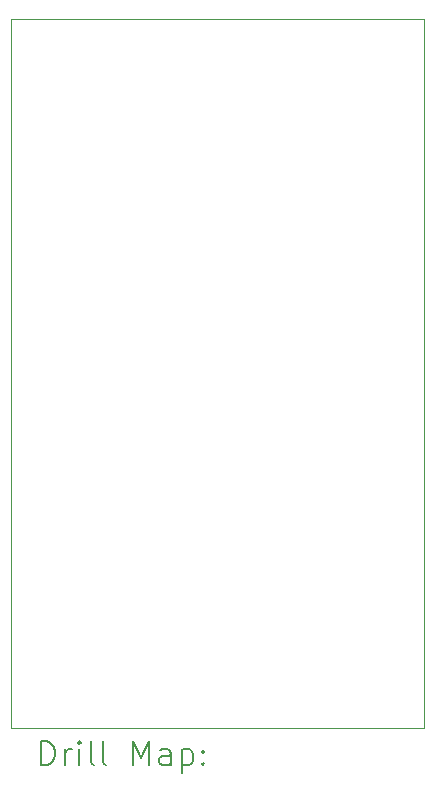
<source format=gbr>
%TF.GenerationSoftware,KiCad,Pcbnew,8.0.8*%
%TF.CreationDate,2025-01-20T01:17:02+01:00*%
%TF.ProjectId,NANO_MPU_SD_2Layers,4e414e4f-5f4d-4505-955f-53445f324c61,rev?*%
%TF.SameCoordinates,Original*%
%TF.FileFunction,Drillmap*%
%TF.FilePolarity,Positive*%
%FSLAX45Y45*%
G04 Gerber Fmt 4.5, Leading zero omitted, Abs format (unit mm)*
G04 Created by KiCad (PCBNEW 8.0.8) date 2025-01-20 01:17:02*
%MOMM*%
%LPD*%
G01*
G04 APERTURE LIST*
%ADD10C,0.050000*%
%ADD11C,0.200000*%
G04 APERTURE END LIST*
D10*
X5000000Y-5000000D02*
X8500000Y-5000000D01*
X8500000Y-11000000D01*
X5000000Y-11000000D01*
X5000000Y-5000000D01*
D11*
X5258277Y-11313984D02*
X5258277Y-11113984D01*
X5258277Y-11113984D02*
X5305896Y-11113984D01*
X5305896Y-11113984D02*
X5334467Y-11123508D01*
X5334467Y-11123508D02*
X5353515Y-11142555D01*
X5353515Y-11142555D02*
X5363039Y-11161603D01*
X5363039Y-11161603D02*
X5372563Y-11199698D01*
X5372563Y-11199698D02*
X5372563Y-11228269D01*
X5372563Y-11228269D02*
X5363039Y-11266365D01*
X5363039Y-11266365D02*
X5353515Y-11285412D01*
X5353515Y-11285412D02*
X5334467Y-11304460D01*
X5334467Y-11304460D02*
X5305896Y-11313984D01*
X5305896Y-11313984D02*
X5258277Y-11313984D01*
X5458277Y-11313984D02*
X5458277Y-11180650D01*
X5458277Y-11218746D02*
X5467801Y-11199698D01*
X5467801Y-11199698D02*
X5477324Y-11190174D01*
X5477324Y-11190174D02*
X5496372Y-11180650D01*
X5496372Y-11180650D02*
X5515420Y-11180650D01*
X5582086Y-11313984D02*
X5582086Y-11180650D01*
X5582086Y-11113984D02*
X5572563Y-11123508D01*
X5572563Y-11123508D02*
X5582086Y-11133031D01*
X5582086Y-11133031D02*
X5591610Y-11123508D01*
X5591610Y-11123508D02*
X5582086Y-11113984D01*
X5582086Y-11113984D02*
X5582086Y-11133031D01*
X5705896Y-11313984D02*
X5686848Y-11304460D01*
X5686848Y-11304460D02*
X5677324Y-11285412D01*
X5677324Y-11285412D02*
X5677324Y-11113984D01*
X5810658Y-11313984D02*
X5791610Y-11304460D01*
X5791610Y-11304460D02*
X5782086Y-11285412D01*
X5782086Y-11285412D02*
X5782086Y-11113984D01*
X6039229Y-11313984D02*
X6039229Y-11113984D01*
X6039229Y-11113984D02*
X6105896Y-11256841D01*
X6105896Y-11256841D02*
X6172562Y-11113984D01*
X6172562Y-11113984D02*
X6172562Y-11313984D01*
X6353515Y-11313984D02*
X6353515Y-11209222D01*
X6353515Y-11209222D02*
X6343991Y-11190174D01*
X6343991Y-11190174D02*
X6324943Y-11180650D01*
X6324943Y-11180650D02*
X6286848Y-11180650D01*
X6286848Y-11180650D02*
X6267801Y-11190174D01*
X6353515Y-11304460D02*
X6334467Y-11313984D01*
X6334467Y-11313984D02*
X6286848Y-11313984D01*
X6286848Y-11313984D02*
X6267801Y-11304460D01*
X6267801Y-11304460D02*
X6258277Y-11285412D01*
X6258277Y-11285412D02*
X6258277Y-11266365D01*
X6258277Y-11266365D02*
X6267801Y-11247317D01*
X6267801Y-11247317D02*
X6286848Y-11237793D01*
X6286848Y-11237793D02*
X6334467Y-11237793D01*
X6334467Y-11237793D02*
X6353515Y-11228269D01*
X6448753Y-11180650D02*
X6448753Y-11380650D01*
X6448753Y-11190174D02*
X6467801Y-11180650D01*
X6467801Y-11180650D02*
X6505896Y-11180650D01*
X6505896Y-11180650D02*
X6524943Y-11190174D01*
X6524943Y-11190174D02*
X6534467Y-11199698D01*
X6534467Y-11199698D02*
X6543991Y-11218746D01*
X6543991Y-11218746D02*
X6543991Y-11275888D01*
X6543991Y-11275888D02*
X6534467Y-11294936D01*
X6534467Y-11294936D02*
X6524943Y-11304460D01*
X6524943Y-11304460D02*
X6505896Y-11313984D01*
X6505896Y-11313984D02*
X6467801Y-11313984D01*
X6467801Y-11313984D02*
X6448753Y-11304460D01*
X6629705Y-11294936D02*
X6639229Y-11304460D01*
X6639229Y-11304460D02*
X6629705Y-11313984D01*
X6629705Y-11313984D02*
X6620182Y-11304460D01*
X6620182Y-11304460D02*
X6629705Y-11294936D01*
X6629705Y-11294936D02*
X6629705Y-11313984D01*
X6629705Y-11190174D02*
X6639229Y-11199698D01*
X6639229Y-11199698D02*
X6629705Y-11209222D01*
X6629705Y-11209222D02*
X6620182Y-11199698D01*
X6620182Y-11199698D02*
X6629705Y-11190174D01*
X6629705Y-11190174D02*
X6629705Y-11209222D01*
M02*

</source>
